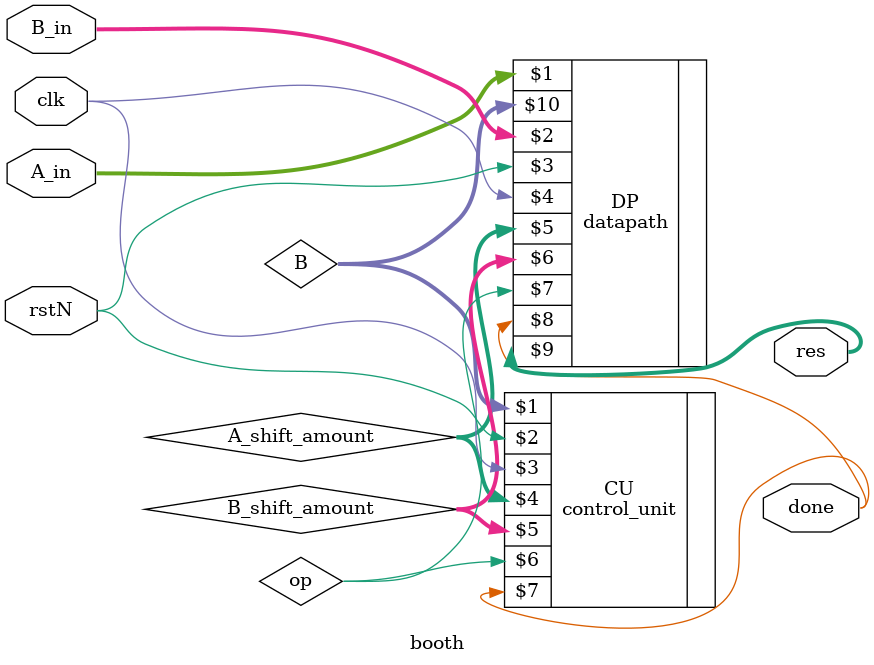
<source format=v>
module booth(
	input [3:0]  A_in,
	input [3:0]  B_in,
	input 		 rstN,
	input 		 clk,
	output [7:0] res,
	output 		 done
);

wire [2:0] A_shift_amount;
wire [2:0] B_shift_amount;
wire [3:0] B;

control_unit CU(B, rstN, clk, A_shift_amount, B_shift_amount, op, done);
datapath DP (A_in, B_in, rstN, clk, A_shift_amount, B_shift_amount, op, done, res, B);

endmodule
</source>
